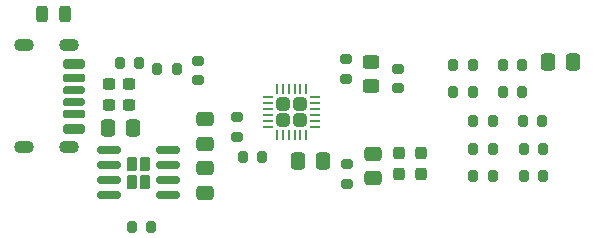
<source format=gbr>
%TF.GenerationSoftware,KiCad,Pcbnew,7.0.8*%
%TF.CreationDate,2024-12-11T22:38:04+01:00*%
%TF.ProjectId,USB-C_PD_Board_V2_CYPD3177,5553422d-435f-4504-945f-426f6172645f,rev?*%
%TF.SameCoordinates,Original*%
%TF.FileFunction,Paste,Top*%
%TF.FilePolarity,Positive*%
%FSLAX46Y46*%
G04 Gerber Fmt 4.6, Leading zero omitted, Abs format (unit mm)*
G04 Created by KiCad (PCBNEW 7.0.8) date 2024-12-11 22:38:04*
%MOMM*%
%LPD*%
G01*
G04 APERTURE LIST*
G04 Aperture macros list*
%AMRoundRect*
0 Rectangle with rounded corners*
0 $1 Rounding radius*
0 $2 $3 $4 $5 $6 $7 $8 $9 X,Y pos of 4 corners*
0 Add a 4 corners polygon primitive as box body*
4,1,4,$2,$3,$4,$5,$6,$7,$8,$9,$2,$3,0*
0 Add four circle primitives for the rounded corners*
1,1,$1+$1,$2,$3*
1,1,$1+$1,$4,$5*
1,1,$1+$1,$6,$7*
1,1,$1+$1,$8,$9*
0 Add four rect primitives between the rounded corners*
20,1,$1+$1,$2,$3,$4,$5,0*
20,1,$1+$1,$4,$5,$6,$7,0*
20,1,$1+$1,$6,$7,$8,$9,0*
20,1,$1+$1,$8,$9,$2,$3,0*%
G04 Aperture macros list end*
%ADD10RoundRect,0.200000X-0.200000X-0.275000X0.200000X-0.275000X0.200000X0.275000X-0.200000X0.275000X0*%
%ADD11RoundRect,0.175000X-0.750000X0.175000X-0.750000X-0.175000X0.750000X-0.175000X0.750000X0.175000X0*%
%ADD12RoundRect,0.190000X0.735000X-0.190000X0.735000X0.190000X-0.735000X0.190000X-0.735000X-0.190000X0*%
%ADD13RoundRect,0.200000X0.725000X-0.200000X0.725000X0.200000X-0.725000X0.200000X-0.725000X-0.200000X0*%
%ADD14RoundRect,0.175000X0.750000X-0.175000X0.750000X0.175000X-0.750000X0.175000X-0.750000X-0.175000X0*%
%ADD15RoundRect,0.190000X-0.735000X0.190000X-0.735000X-0.190000X0.735000X-0.190000X0.735000X0.190000X0*%
%ADD16RoundRect,0.200000X-0.725000X0.200000X-0.725000X-0.200000X0.725000X-0.200000X0.725000X0.200000X0*%
%ADD17O,1.700000X1.100000*%
%ADD18RoundRect,0.250000X0.337500X0.475000X-0.337500X0.475000X-0.337500X-0.475000X0.337500X-0.475000X0*%
%ADD19RoundRect,0.200000X-0.275000X0.200000X-0.275000X-0.200000X0.275000X-0.200000X0.275000X0.200000X0*%
%ADD20RoundRect,0.230000X-0.230000X-0.375000X0.230000X-0.375000X0.230000X0.375000X-0.230000X0.375000X0*%
%ADD21RoundRect,0.150000X-0.825000X-0.150000X0.825000X-0.150000X0.825000X0.150000X-0.825000X0.150000X0*%
%ADD22RoundRect,0.237500X0.300000X0.237500X-0.300000X0.237500X-0.300000X-0.237500X0.300000X-0.237500X0*%
%ADD23RoundRect,0.250000X-0.475000X0.337500X-0.475000X-0.337500X0.475000X-0.337500X0.475000X0.337500X0*%
%ADD24RoundRect,0.200000X0.275000X-0.200000X0.275000X0.200000X-0.275000X0.200000X-0.275000X-0.200000X0*%
%ADD25RoundRect,0.250000X0.475000X-0.337500X0.475000X0.337500X-0.475000X0.337500X-0.475000X-0.337500X0*%
%ADD26RoundRect,0.250000X0.305000X0.305000X-0.305000X0.305000X-0.305000X-0.305000X0.305000X-0.305000X0*%
%ADD27RoundRect,0.062500X0.337500X0.062500X-0.337500X0.062500X-0.337500X-0.062500X0.337500X-0.062500X0*%
%ADD28RoundRect,0.062500X0.062500X0.337500X-0.062500X0.337500X-0.062500X-0.337500X0.062500X-0.337500X0*%
%ADD29RoundRect,0.237500X-0.237500X0.300000X-0.237500X-0.300000X0.237500X-0.300000X0.237500X0.300000X0*%
%ADD30RoundRect,0.250000X-0.450000X0.325000X-0.450000X-0.325000X0.450000X-0.325000X0.450000X0.325000X0*%
%ADD31RoundRect,0.200000X0.200000X0.275000X-0.200000X0.275000X-0.200000X-0.275000X0.200000X-0.275000X0*%
%ADD32RoundRect,0.243750X-0.243750X-0.456250X0.243750X-0.456250X0.243750X0.456250X-0.243750X0.456250X0*%
G04 APERTURE END LIST*
D10*
%TO.C,R12*%
X161646000Y-93893000D03*
X163296000Y-93893000D03*
%TD*%
%TO.C,R18*%
X155677000Y-89067000D03*
X157327000Y-89067000D03*
%TD*%
%TO.C,R3*%
X137875000Y-94577000D03*
X139525000Y-94577000D03*
%TD*%
%TO.C,R17*%
X155677000Y-86781000D03*
X157327000Y-86781000D03*
%TD*%
%TO.C,R7*%
X157392000Y-91480000D03*
X159042000Y-91480000D03*
%TD*%
D11*
%TO.C,J2*%
X123570000Y-88906000D03*
D12*
X123570000Y-90926000D03*
D13*
X123570000Y-92156000D03*
D14*
X123570000Y-89906000D03*
D15*
X123570000Y-87886000D03*
D16*
X123570000Y-86656000D03*
D17*
X123165000Y-85086000D03*
X119365000Y-85086000D03*
X123165000Y-93726000D03*
X119365000Y-93726000D03*
%TD*%
D18*
%TO.C,C4*%
X128545500Y-92075000D03*
X126470500Y-92075000D03*
%TD*%
D19*
%TO.C,R1*%
X137401000Y-91182000D03*
X137401000Y-92832000D03*
%TD*%
D20*
%TO.C,Q1*%
X128462000Y-95151000D03*
X128462000Y-96651000D03*
X129602000Y-95151000D03*
X129602000Y-96651000D03*
D21*
X126557000Y-93996000D03*
X126557000Y-95266000D03*
X126557000Y-96536000D03*
X126557000Y-97806000D03*
X131507000Y-97806000D03*
X131507000Y-96536000D03*
X131507000Y-95266000D03*
X131507000Y-93996000D03*
%TD*%
D22*
%TO.C,C8*%
X128243500Y-90170000D03*
X126518500Y-90170000D03*
%TD*%
D10*
%TO.C,R8*%
X161583000Y-91480000D03*
X163233000Y-91480000D03*
%TD*%
D23*
%TO.C,C1*%
X134700000Y-91362500D03*
X134700000Y-93437500D03*
%TD*%
D22*
%TO.C,C9*%
X128243500Y-88392000D03*
X126518500Y-88392000D03*
%TD*%
D24*
%TO.C,R19*%
X134112000Y-88074000D03*
X134112000Y-86424000D03*
%TD*%
D25*
%TO.C,C2*%
X134685000Y-97585500D03*
X134685000Y-95510500D03*
%TD*%
D10*
%TO.C,R4*%
X130645000Y-87122000D03*
X132295000Y-87122000D03*
%TD*%
D26*
%TO.C,U1*%
X142696000Y-91438000D03*
X142696000Y-90058000D03*
X141316000Y-91438000D03*
X141316000Y-90058000D03*
D27*
X143981000Y-91998000D03*
X143981000Y-91498000D03*
X143981000Y-90998000D03*
X143981000Y-90498000D03*
X143981000Y-89998000D03*
X143981000Y-89498000D03*
D28*
X143256000Y-88773000D03*
X142756000Y-88773000D03*
X142256000Y-88773000D03*
X141756000Y-88773000D03*
X141256000Y-88773000D03*
X140756000Y-88773000D03*
D27*
X140031000Y-89498000D03*
X140031000Y-89998000D03*
X140031000Y-90498000D03*
X140031000Y-90998000D03*
X140031000Y-91498000D03*
X140031000Y-91998000D03*
D28*
X140756000Y-92723000D03*
X141256000Y-92723000D03*
X141756000Y-92723000D03*
X142256000Y-92723000D03*
X142756000Y-92723000D03*
X143256000Y-92723000D03*
%TD*%
D10*
%TO.C,R14*%
X157392000Y-93893000D03*
X159042000Y-93893000D03*
%TD*%
D29*
%TO.C,C6*%
X151100000Y-94237500D03*
X151100000Y-95962500D03*
%TD*%
D30*
%TO.C,D2*%
X148717000Y-86494000D03*
X148717000Y-88544000D03*
%TD*%
D10*
%TO.C,R15*%
X159868000Y-86781000D03*
X161518000Y-86781000D03*
%TD*%
D23*
%TO.C,C5*%
X148900000Y-94262500D03*
X148900000Y-96337500D03*
%TD*%
D18*
%TO.C,C3*%
X165794500Y-86527000D03*
X163719500Y-86527000D03*
%TD*%
D31*
%TO.C,R5*%
X129095000Y-86614000D03*
X127445000Y-86614000D03*
%TD*%
D10*
%TO.C,R16*%
X159868000Y-89067000D03*
X161518000Y-89067000D03*
%TD*%
D24*
%TO.C,R6*%
X146600000Y-87925000D03*
X146600000Y-86275000D03*
%TD*%
D18*
%TO.C,C10*%
X144637500Y-94900000D03*
X142562500Y-94900000D03*
%TD*%
D19*
%TO.C,R10*%
X146700000Y-95175000D03*
X146700000Y-96825000D03*
%TD*%
D10*
%TO.C,R11*%
X161646000Y-96179000D03*
X163296000Y-96179000D03*
%TD*%
%TO.C,R2*%
X128461000Y-100457000D03*
X130111000Y-100457000D03*
%TD*%
D32*
%TO.C,D3*%
X120904000Y-82423000D03*
X122779000Y-82423000D03*
%TD*%
D29*
%TO.C,C7*%
X153000000Y-94237500D03*
X153000000Y-95962500D03*
%TD*%
D10*
%TO.C,R13*%
X157392000Y-96179000D03*
X159042000Y-96179000D03*
%TD*%
D24*
%TO.C,R9*%
X151003000Y-88725000D03*
X151003000Y-87075000D03*
%TD*%
M02*

</source>
